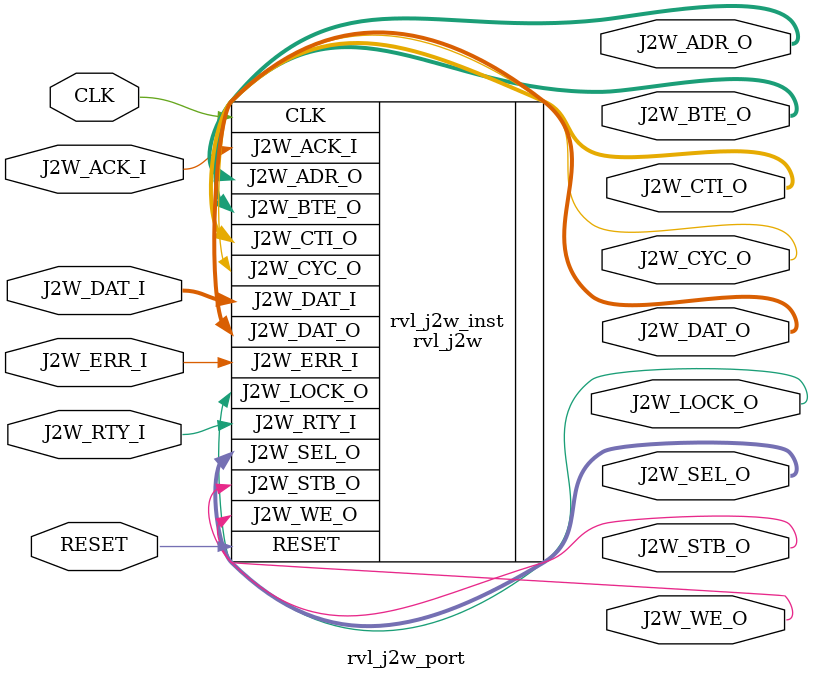
<source format=v>
module rvl_j2w_port (
  CLK,
  RESET,
  J2W_CYC_O,
  J2W_STB_O,
  J2W_WE_O,
  J2W_LOCK_O,
  J2W_ADR_O,
  J2W_DAT_I,
  J2W_DAT_O,
  J2W_ACK_I,
  J2W_RTY_I,
  J2W_ERR_I,
  J2W_SEL_O,
  J2W_CTI_O,
  J2W_BTE_O) /* synthesis syn_hier="hard" */ ;

  parameter BIG_ENDIAN = 1;  
  parameter BUFFER_SIZE_BYTES = 32;  
  // ** NOTE: Modify ADR_WIDTH and DAT_WIDTH if your Wishbone Bus is not 32-bit
  // wide address and data
  parameter J2W_WB_ADR_WIDTH = 32;
  parameter J2W_WB_DAT_WIDTH = 32;
  parameter HUB_NO = 0;
  localparam SEL_sz = J2W_WB_DAT_WIDTH/8;

  input CLK;
  input RESET;
  input [J2W_WB_DAT_WIDTH-1:0] J2W_DAT_I;
  input J2W_ACK_I;
  input J2W_RTY_I;
  input J2W_ERR_I;
  output J2W_CYC_O;
  output J2W_STB_O;
  output J2W_WE_O;
  output J2W_LOCK_O;
  output [J2W_WB_ADR_WIDTH-1:0] J2W_ADR_O;
  output [J2W_WB_DAT_WIDTH-1:0] J2W_DAT_O;
  output [SEL_sz-1:0] J2W_SEL_O;
  output [2:0] J2W_CTI_O;
  output [1:0] J2W_BTE_O;

  rvl_j2w
    #(.BIG_ENDIAN (BIG_ENDIAN),
      .BUFFER_SIZE_BYTES (BUFFER_SIZE_BYTES),
      .J2W_WB_ADR_WIDTH (J2W_WB_ADR_WIDTH),
      .J2W_WB_DAT_WIDTH (J2W_WB_DAT_WIDTH),
      .HUB_NO (HUB_NO))
  rvl_j2w_inst
     (.CLK       (CLK),
      .RESET     (RESET),
      .J2W_CYC_O (J2W_CYC_O),
      .J2W_STB_O (J2W_STB_O),
      .J2W_CTI_O (J2W_CTI_O),
      .J2W_BTE_O (J2W_BTE_O),
      .J2W_ADR_O (J2W_ADR_O),
      .J2W_DAT_O (J2W_DAT_O),
      .J2W_SEL_O (J2W_SEL_O),
      .J2W_WE_O  (J2W_WE_O ),
      .J2W_LOCK_O (J2W_LOCK_O ),
      .J2W_ACK_I (J2W_ACK_I),
      .J2W_ERR_I (J2W_ERR_I),
      .J2W_RTY_I (J2W_RTY_I),
      .J2W_DAT_I (J2W_DAT_I));

endmodule

</source>
